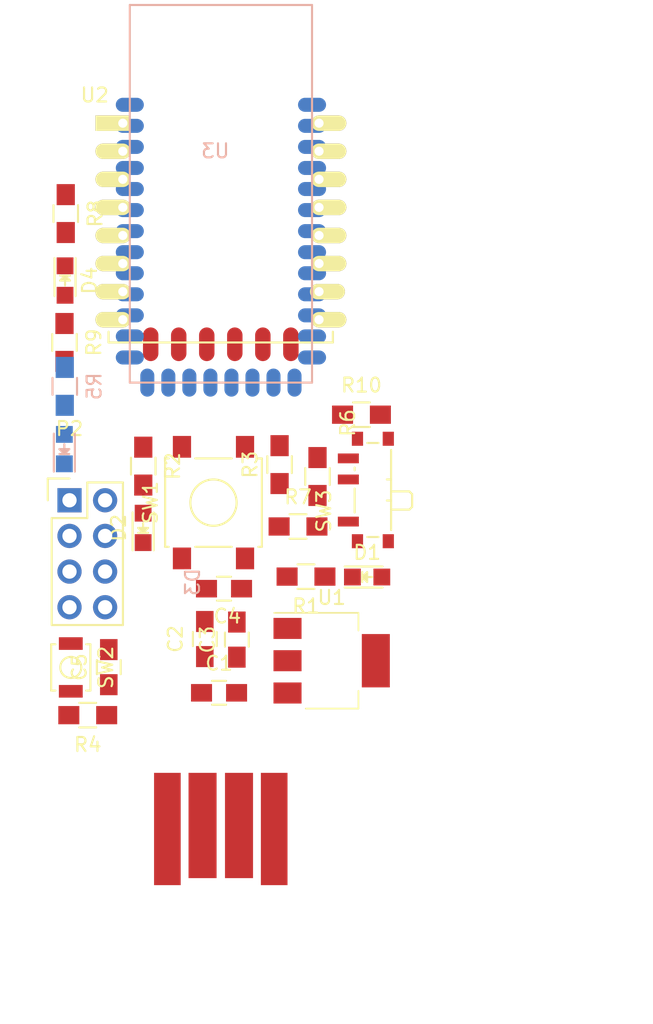
<source format=kicad_pcb>
(kicad_pcb (version 4) (host pcbnew 4.0.4-stable)

  (general
    (links 65)
    (no_connects 65)
    (area 135.950002 83.034999 244.189533 147.64)
    (thickness 1.6)
    (drawings 6)
    (tracks 0)
    (zones 0)
    (modules 27)
    (nets 55)
  )

  (page A4)
  (layers
    (0 F.Cu signal)
    (31 B.Cu signal)
    (32 B.Adhes user hide)
    (33 F.Adhes user hide)
    (34 B.Paste user hide)
    (35 F.Paste user hide)
    (36 B.SilkS user)
    (37 F.SilkS user)
    (38 B.Mask user)
    (39 F.Mask user hide)
    (40 Dwgs.User user)
    (41 Cmts.User user hide)
    (42 Eco1.User user hide)
    (43 Eco2.User user hide)
    (44 Edge.Cuts user hide)
    (45 Margin user hide)
    (46 B.CrtYd user)
    (47 F.CrtYd user)
    (48 B.Fab user)
    (49 F.Fab user)
  )

  (setup
    (last_trace_width 0.25)
    (trace_clearance 0.2)
    (zone_clearance 0.508)
    (zone_45_only no)
    (trace_min 0.2)
    (segment_width 0.2)
    (edge_width 0.15)
    (via_size 0.6)
    (via_drill 0.4)
    (via_min_size 0.4)
    (via_min_drill 0.3)
    (uvia_size 0.3)
    (uvia_drill 0.1)
    (uvias_allowed no)
    (uvia_min_size 0.2)
    (uvia_min_drill 0.1)
    (pcb_text_width 0.3)
    (pcb_text_size 1.5 1.5)
    (mod_edge_width 0.15)
    (mod_text_size 1 1)
    (mod_text_width 0.15)
    (pad_size 1.27 1.27)
    (pad_drill 0)
    (pad_to_mask_clearance 0.2)
    (aux_axis_origin 0 0)
    (visible_elements 7FFFFFFF)
    (pcbplotparams
      (layerselection 0x00030_80000001)
      (usegerberextensions false)
      (excludeedgelayer true)
      (linewidth 0.100000)
      (plotframeref false)
      (viasonmask false)
      (mode 1)
      (useauxorigin false)
      (hpglpennumber 1)
      (hpglpenspeed 20)
      (hpglpendiameter 15)
      (hpglpenoverlay 2)
      (psnegative false)
      (psa4output false)
      (plotreference true)
      (plotvalue true)
      (plotinvisibletext false)
      (padsonsilk false)
      (subtractmaskfromsilk false)
      (outputformat 1)
      (mirror false)
      (drillshape 1)
      (scaleselection 1)
      (outputdirectory ""))
  )

  (net 0 "")
  (net 1 +5V)
  (net 2 GND)
  (net 3 +3V3)
  (net 4 GPIO14)
  (net 5 HM_RESET)
  (net 6 "Net-(D1-Pad1)")
  (net 7 "Net-(D2-Pad2)")
  (net 8 "Net-(D3-Pad2)")
  (net 9 "Net-(D4-Pad2)")
  (net 10 GPIO16)
  (net 11 "Net-(P1-Pad2)")
  (net 12 ESP_RXD)
  (net 13 HM_RX)
  (net 14 ESP_TXD)
  (net 15 HM_TX)
  (net 16 GPIO13)
  (net 17 ADC)
  (net 18 SCLK)
  (net 19 MOSI)
  (net 20 MISO)
  (net 21 SCO)
  (net 22 GPIO12)
  (net 23 "Net-(R5-Pad2)")
  (net 24 GPIO0)
  (net 25 GPIO2)
  (net 26 CH_PD)
  (net 27 GPIO15)
  (net 28 "Net-(U2-Pad19)")
  (net 29 "Net-(U2-Pad20)")
  (net 30 "Net-(U3-Pad15)")
  (net 31 "Net-(U3-Pad16)")
  (net 32 "Net-(U3-Pad17)")
  (net 33 "Net-(U3-Pad18)")
  (net 34 "Net-(U3-Pad19)")
  (net 35 "Net-(U3-Pad20)")
  (net 36 "Net-(U3-Pad10)")
  (net 37 "Net-(U3-Pad9)")
  (net 38 "Net-(U3-Pad8)")
  (net 39 "Net-(U3-Pad7)")
  (net 40 "Net-(U3-Pad6)")
  (net 41 "Net-(U3-Pad5)")
  (net 42 "Net-(U3-Pad4)")
  (net 43 "Net-(U3-Pad3)")
  (net 44 "Net-(U3-Pad23)")
  (net 45 "Net-(U3-Pad25)")
  (net 46 "Net-(U3-Pad26)")
  (net 47 "Net-(U3-Pad27)")
  (net 48 "Net-(U3-Pad28)")
  (net 49 "Net-(U3-Pad29)")
  (net 50 "Net-(U3-Pad30)")
  (net 51 "Net-(U3-Pad31)")
  (net 52 "Net-(U3-Pad32)")
  (net 53 "Net-(U3-Pad33)")
  (net 54 "Net-(U3-Pad34)")

  (net_class Default "This is the default net class."
    (clearance 0.2)
    (trace_width 0.25)
    (via_dia 0.6)
    (via_drill 0.4)
    (uvia_dia 0.3)
    (uvia_drill 0.1)
    (add_net +3V3)
    (add_net +5V)
    (add_net ADC)
    (add_net CH_PD)
    (add_net ESP_RXD)
    (add_net ESP_TXD)
    (add_net GND)
    (add_net GPIO0)
    (add_net GPIO12)
    (add_net GPIO13)
    (add_net GPIO14)
    (add_net GPIO15)
    (add_net GPIO16)
    (add_net GPIO2)
    (add_net HM_RESET)
    (add_net HM_RX)
    (add_net HM_TX)
    (add_net MISO)
    (add_net MOSI)
    (add_net "Net-(D1-Pad1)")
    (add_net "Net-(D2-Pad2)")
    (add_net "Net-(D3-Pad2)")
    (add_net "Net-(D4-Pad2)")
    (add_net "Net-(P1-Pad2)")
    (add_net "Net-(R5-Pad2)")
    (add_net "Net-(U2-Pad19)")
    (add_net "Net-(U2-Pad20)")
    (add_net "Net-(U3-Pad10)")
    (add_net "Net-(U3-Pad15)")
    (add_net "Net-(U3-Pad16)")
    (add_net "Net-(U3-Pad17)")
    (add_net "Net-(U3-Pad18)")
    (add_net "Net-(U3-Pad19)")
    (add_net "Net-(U3-Pad20)")
    (add_net "Net-(U3-Pad23)")
    (add_net "Net-(U3-Pad25)")
    (add_net "Net-(U3-Pad26)")
    (add_net "Net-(U3-Pad27)")
    (add_net "Net-(U3-Pad28)")
    (add_net "Net-(U3-Pad29)")
    (add_net "Net-(U3-Pad3)")
    (add_net "Net-(U3-Pad30)")
    (add_net "Net-(U3-Pad31)")
    (add_net "Net-(U3-Pad32)")
    (add_net "Net-(U3-Pad33)")
    (add_net "Net-(U3-Pad34)")
    (add_net "Net-(U3-Pad4)")
    (add_net "Net-(U3-Pad5)")
    (add_net "Net-(U3-Pad6)")
    (add_net "Net-(U3-Pad7)")
    (add_net "Net-(U3-Pad8)")
    (add_net "Net-(U3-Pad9)")
    (add_net SCLK)
    (add_net SCO)
  )

  (module Capacitors_SMD:C_0805_HandSoldering (layer F.Cu) (tedit 541A9B8D) (tstamp 584BAF24)
    (at 159.766 132.588)
    (descr "Capacitor SMD 0805, hand soldering")
    (tags "capacitor 0805")
    (path /58484391)
    (attr smd)
    (fp_text reference C1 (at 0 -2.1) (layer F.SilkS)
      (effects (font (size 1 1) (thickness 0.15)))
    )
    (fp_text value 0.1uF (at 0 2.1) (layer F.Fab)
      (effects (font (size 1 1) (thickness 0.15)))
    )
    (fp_line (start -1 0.625) (end -1 -0.625) (layer F.Fab) (width 0.15))
    (fp_line (start 1 0.625) (end -1 0.625) (layer F.Fab) (width 0.15))
    (fp_line (start 1 -0.625) (end 1 0.625) (layer F.Fab) (width 0.15))
    (fp_line (start -1 -0.625) (end 1 -0.625) (layer F.Fab) (width 0.15))
    (fp_line (start -2.3 -1) (end 2.3 -1) (layer F.CrtYd) (width 0.05))
    (fp_line (start -2.3 1) (end 2.3 1) (layer F.CrtYd) (width 0.05))
    (fp_line (start -2.3 -1) (end -2.3 1) (layer F.CrtYd) (width 0.05))
    (fp_line (start 2.3 -1) (end 2.3 1) (layer F.CrtYd) (width 0.05))
    (fp_line (start 0.5 -0.85) (end -0.5 -0.85) (layer F.SilkS) (width 0.15))
    (fp_line (start -0.5 0.85) (end 0.5 0.85) (layer F.SilkS) (width 0.15))
    (pad 1 smd rect (at -1.25 0) (size 1.5 1.25) (layers F.Cu F.Paste F.Mask)
      (net 1 +5V))
    (pad 2 smd rect (at 1.25 0) (size 1.5 1.25) (layers F.Cu F.Paste F.Mask)
      (net 2 GND))
    (model Capacitors_SMD.3dshapes/C_0805_HandSoldering.wrl
      (at (xyz 0 0 0))
      (scale (xyz 1 1 1))
      (rotate (xyz 0 0 0))
    )
  )

  (module Capacitors_SMD:C_0805_HandSoldering (layer F.Cu) (tedit 541A9B8D) (tstamp 584BAF2A)
    (at 158.75 128.758 90)
    (descr "Capacitor SMD 0805, hand soldering")
    (tags "capacitor 0805")
    (path /584846B2)
    (attr smd)
    (fp_text reference C2 (at 0 -2.1 90) (layer F.SilkS)
      (effects (font (size 1 1) (thickness 0.15)))
    )
    (fp_text value 10uF (at 0 2.1 90) (layer F.Fab)
      (effects (font (size 1 1) (thickness 0.15)))
    )
    (fp_line (start -1 0.625) (end -1 -0.625) (layer F.Fab) (width 0.15))
    (fp_line (start 1 0.625) (end -1 0.625) (layer F.Fab) (width 0.15))
    (fp_line (start 1 -0.625) (end 1 0.625) (layer F.Fab) (width 0.15))
    (fp_line (start -1 -0.625) (end 1 -0.625) (layer F.Fab) (width 0.15))
    (fp_line (start -2.3 -1) (end 2.3 -1) (layer F.CrtYd) (width 0.05))
    (fp_line (start -2.3 1) (end 2.3 1) (layer F.CrtYd) (width 0.05))
    (fp_line (start -2.3 -1) (end -2.3 1) (layer F.CrtYd) (width 0.05))
    (fp_line (start 2.3 -1) (end 2.3 1) (layer F.CrtYd) (width 0.05))
    (fp_line (start 0.5 -0.85) (end -0.5 -0.85) (layer F.SilkS) (width 0.15))
    (fp_line (start -0.5 0.85) (end 0.5 0.85) (layer F.SilkS) (width 0.15))
    (pad 1 smd rect (at -1.25 0 90) (size 1.5 1.25) (layers F.Cu F.Paste F.Mask)
      (net 3 +3V3))
    (pad 2 smd rect (at 1.25 0 90) (size 1.5 1.25) (layers F.Cu F.Paste F.Mask)
      (net 2 GND))
    (model Capacitors_SMD.3dshapes/C_0805_HandSoldering.wrl
      (at (xyz 0 0 0))
      (scale (xyz 1 1 1))
      (rotate (xyz 0 0 0))
    )
  )

  (module Capacitors_SMD:C_0805_HandSoldering (layer F.Cu) (tedit 541A9B8D) (tstamp 584BAF30)
    (at 161.036 128.798 90)
    (descr "Capacitor SMD 0805, hand soldering")
    (tags "capacitor 0805")
    (path /584FA90E)
    (attr smd)
    (fp_text reference C3 (at 0 -2.1 90) (layer F.SilkS)
      (effects (font (size 1 1) (thickness 0.15)))
    )
    (fp_text value 0.1uF (at 0 2.1 90) (layer F.Fab)
      (effects (font (size 1 1) (thickness 0.15)))
    )
    (fp_line (start -1 0.625) (end -1 -0.625) (layer F.Fab) (width 0.15))
    (fp_line (start 1 0.625) (end -1 0.625) (layer F.Fab) (width 0.15))
    (fp_line (start 1 -0.625) (end 1 0.625) (layer F.Fab) (width 0.15))
    (fp_line (start -1 -0.625) (end 1 -0.625) (layer F.Fab) (width 0.15))
    (fp_line (start -2.3 -1) (end 2.3 -1) (layer F.CrtYd) (width 0.05))
    (fp_line (start -2.3 1) (end 2.3 1) (layer F.CrtYd) (width 0.05))
    (fp_line (start -2.3 -1) (end -2.3 1) (layer F.CrtYd) (width 0.05))
    (fp_line (start 2.3 -1) (end 2.3 1) (layer F.CrtYd) (width 0.05))
    (fp_line (start 0.5 -0.85) (end -0.5 -0.85) (layer F.SilkS) (width 0.15))
    (fp_line (start -0.5 0.85) (end 0.5 0.85) (layer F.SilkS) (width 0.15))
    (pad 1 smd rect (at -1.25 0 90) (size 1.5 1.25) (layers F.Cu F.Paste F.Mask)
      (net 3 +3V3))
    (pad 2 smd rect (at 1.25 0 90) (size 1.5 1.25) (layers F.Cu F.Paste F.Mask)
      (net 2 GND))
    (model Capacitors_SMD.3dshapes/C_0805_HandSoldering.wrl
      (at (xyz 0 0 0))
      (scale (xyz 1 1 1))
      (rotate (xyz 0 0 0))
    )
  )

  (module Capacitors_SMD:C_0805_HandSoldering (layer F.Cu) (tedit 541A9B8D) (tstamp 584BAF36)
    (at 160.12 125.17 180)
    (descr "Capacitor SMD 0805, hand soldering")
    (tags "capacitor 0805")
    (path /584B96EA)
    (attr smd)
    (fp_text reference C4 (at -0.24 -1.96 180) (layer F.SilkS)
      (effects (font (size 1 1) (thickness 0.15)))
    )
    (fp_text value 15nF (at 0 2.1 180) (layer F.Fab)
      (effects (font (size 1 1) (thickness 0.15)))
    )
    (fp_line (start -1 0.625) (end -1 -0.625) (layer F.Fab) (width 0.15))
    (fp_line (start 1 0.625) (end -1 0.625) (layer F.Fab) (width 0.15))
    (fp_line (start 1 -0.625) (end 1 0.625) (layer F.Fab) (width 0.15))
    (fp_line (start -1 -0.625) (end 1 -0.625) (layer F.Fab) (width 0.15))
    (fp_line (start -2.3 -1) (end 2.3 -1) (layer F.CrtYd) (width 0.05))
    (fp_line (start -2.3 1) (end 2.3 1) (layer F.CrtYd) (width 0.05))
    (fp_line (start -2.3 -1) (end -2.3 1) (layer F.CrtYd) (width 0.05))
    (fp_line (start 2.3 -1) (end 2.3 1) (layer F.CrtYd) (width 0.05))
    (fp_line (start 0.5 -0.85) (end -0.5 -0.85) (layer F.SilkS) (width 0.15))
    (fp_line (start -0.5 0.85) (end 0.5 0.85) (layer F.SilkS) (width 0.15))
    (pad 1 smd rect (at -1.25 0 180) (size 1.5 1.25) (layers F.Cu F.Paste F.Mask)
      (net 4 GPIO14))
    (pad 2 smd rect (at 1.25 0 180) (size 1.5 1.25) (layers F.Cu F.Paste F.Mask)
      (net 2 GND))
    (model Capacitors_SMD.3dshapes/C_0805_HandSoldering.wrl
      (at (xyz 0 0 0))
      (scale (xyz 1 1 1))
      (rotate (xyz 0 0 0))
    )
  )

  (module Capacitors_SMD:C_0805_HandSoldering (layer F.Cu) (tedit 541A9B8D) (tstamp 584BAF3C)
    (at 151.9 130.76 90)
    (descr "Capacitor SMD 0805, hand soldering")
    (tags "capacitor 0805")
    (path /5848AF8F)
    (attr smd)
    (fp_text reference C5 (at 0 -2.1 90) (layer F.SilkS)
      (effects (font (size 1 1) (thickness 0.15)))
    )
    (fp_text value 15nF (at 0 2.1 90) (layer F.Fab)
      (effects (font (size 1 1) (thickness 0.15)))
    )
    (fp_line (start -1 0.625) (end -1 -0.625) (layer F.Fab) (width 0.15))
    (fp_line (start 1 0.625) (end -1 0.625) (layer F.Fab) (width 0.15))
    (fp_line (start 1 -0.625) (end 1 0.625) (layer F.Fab) (width 0.15))
    (fp_line (start -1 -0.625) (end 1 -0.625) (layer F.Fab) (width 0.15))
    (fp_line (start -2.3 -1) (end 2.3 -1) (layer F.CrtYd) (width 0.05))
    (fp_line (start -2.3 1) (end 2.3 1) (layer F.CrtYd) (width 0.05))
    (fp_line (start -2.3 -1) (end -2.3 1) (layer F.CrtYd) (width 0.05))
    (fp_line (start 2.3 -1) (end 2.3 1) (layer F.CrtYd) (width 0.05))
    (fp_line (start 0.5 -0.85) (end -0.5 -0.85) (layer F.SilkS) (width 0.15))
    (fp_line (start -0.5 0.85) (end 0.5 0.85) (layer F.SilkS) (width 0.15))
    (pad 1 smd rect (at -1.25 0 90) (size 1.5 1.25) (layers F.Cu F.Paste F.Mask)
      (net 5 HM_RESET))
    (pad 2 smd rect (at 1.25 0 90) (size 1.5 1.25) (layers F.Cu F.Paste F.Mask)
      (net 2 GND))
    (model Capacitors_SMD.3dshapes/C_0805_HandSoldering.wrl
      (at (xyz 0 0 0))
      (scale (xyz 1 1 1))
      (rotate (xyz 0 0 0))
    )
  )

  (module LEDs:LED_0805 (layer F.Cu) (tedit 55BDE1C2) (tstamp 584BAF42)
    (at 170.33 124.34)
    (descr "LED 0805 smd package")
    (tags "LED 0805 SMD")
    (path /584847BF)
    (attr smd)
    (fp_text reference D1 (at 0 -1.75) (layer F.SilkS)
      (effects (font (size 1 1) (thickness 0.15)))
    )
    (fp_text value Power (at 0 1.75) (layer F.Fab)
      (effects (font (size 1 1) (thickness 0.15)))
    )
    (fp_line (start -0.4 -0.3) (end -0.4 0.3) (layer F.Fab) (width 0.15))
    (fp_line (start -0.3 0) (end 0 -0.3) (layer F.Fab) (width 0.15))
    (fp_line (start 0 0.3) (end -0.3 0) (layer F.Fab) (width 0.15))
    (fp_line (start 0 -0.3) (end 0 0.3) (layer F.Fab) (width 0.15))
    (fp_line (start 1 -0.6) (end -1 -0.6) (layer F.Fab) (width 0.15))
    (fp_line (start 1 0.6) (end 1 -0.6) (layer F.Fab) (width 0.15))
    (fp_line (start -1 0.6) (end 1 0.6) (layer F.Fab) (width 0.15))
    (fp_line (start -1 -0.6) (end -1 0.6) (layer F.Fab) (width 0.15))
    (fp_line (start -1.6 0.75) (end 1.1 0.75) (layer F.SilkS) (width 0.15))
    (fp_line (start -1.6 -0.75) (end 1.1 -0.75) (layer F.SilkS) (width 0.15))
    (fp_line (start -0.1 0.15) (end -0.1 -0.1) (layer F.SilkS) (width 0.15))
    (fp_line (start -0.1 -0.1) (end -0.25 0.05) (layer F.SilkS) (width 0.15))
    (fp_line (start -0.35 -0.35) (end -0.35 0.35) (layer F.SilkS) (width 0.15))
    (fp_line (start 0 0) (end 0.35 0) (layer F.SilkS) (width 0.15))
    (fp_line (start -0.35 0) (end 0 -0.35) (layer F.SilkS) (width 0.15))
    (fp_line (start 0 -0.35) (end 0 0.35) (layer F.SilkS) (width 0.15))
    (fp_line (start 0 0.35) (end -0.35 0) (layer F.SilkS) (width 0.15))
    (fp_line (start 1.9 -0.95) (end 1.9 0.95) (layer F.CrtYd) (width 0.05))
    (fp_line (start 1.9 0.95) (end -1.9 0.95) (layer F.CrtYd) (width 0.05))
    (fp_line (start -1.9 0.95) (end -1.9 -0.95) (layer F.CrtYd) (width 0.05))
    (fp_line (start -1.9 -0.95) (end 1.9 -0.95) (layer F.CrtYd) (width 0.05))
    (pad 2 smd rect (at 1.04902 0 180) (size 1.19888 1.19888) (layers F.Cu F.Paste F.Mask)
      (net 3 +3V3))
    (pad 1 smd rect (at -1.04902 0 180) (size 1.19888 1.19888) (layers F.Cu F.Paste F.Mask)
      (net 6 "Net-(D1-Pad1)"))
    (model LEDs.3dshapes/LED_0805.wrl
      (at (xyz 0 0 0))
      (scale (xyz 1 1 1))
      (rotate (xyz 0 0 0))
    )
  )

  (module LEDs:LED_0805 (layer F.Cu) (tedit 55BDE1C2) (tstamp 584BAF48)
    (at 154.35 120.84 90)
    (descr "LED 0805 smd package")
    (tags "LED 0805 SMD")
    (path /584B9C5F)
    (attr smd)
    (fp_text reference D2 (at 0 -1.75 90) (layer F.SilkS)
      (effects (font (size 1 1) (thickness 0.15)))
    )
    (fp_text value BUTTON_LED (at 0 1.75 90) (layer F.Fab)
      (effects (font (size 1 1) (thickness 0.15)))
    )
    (fp_line (start -0.4 -0.3) (end -0.4 0.3) (layer F.Fab) (width 0.15))
    (fp_line (start -0.3 0) (end 0 -0.3) (layer F.Fab) (width 0.15))
    (fp_line (start 0 0.3) (end -0.3 0) (layer F.Fab) (width 0.15))
    (fp_line (start 0 -0.3) (end 0 0.3) (layer F.Fab) (width 0.15))
    (fp_line (start 1 -0.6) (end -1 -0.6) (layer F.Fab) (width 0.15))
    (fp_line (start 1 0.6) (end 1 -0.6) (layer F.Fab) (width 0.15))
    (fp_line (start -1 0.6) (end 1 0.6) (layer F.Fab) (width 0.15))
    (fp_line (start -1 -0.6) (end -1 0.6) (layer F.Fab) (width 0.15))
    (fp_line (start -1.6 0.75) (end 1.1 0.75) (layer F.SilkS) (width 0.15))
    (fp_line (start -1.6 -0.75) (end 1.1 -0.75) (layer F.SilkS) (width 0.15))
    (fp_line (start -0.1 0.15) (end -0.1 -0.1) (layer F.SilkS) (width 0.15))
    (fp_line (start -0.1 -0.1) (end -0.25 0.05) (layer F.SilkS) (width 0.15))
    (fp_line (start -0.35 -0.35) (end -0.35 0.35) (layer F.SilkS) (width 0.15))
    (fp_line (start 0 0) (end 0.35 0) (layer F.SilkS) (width 0.15))
    (fp_line (start -0.35 0) (end 0 -0.35) (layer F.SilkS) (width 0.15))
    (fp_line (start 0 -0.35) (end 0 0.35) (layer F.SilkS) (width 0.15))
    (fp_line (start 0 0.35) (end -0.35 0) (layer F.SilkS) (width 0.15))
    (fp_line (start 1.9 -0.95) (end 1.9 0.95) (layer F.CrtYd) (width 0.05))
    (fp_line (start 1.9 0.95) (end -1.9 0.95) (layer F.CrtYd) (width 0.05))
    (fp_line (start -1.9 0.95) (end -1.9 -0.95) (layer F.CrtYd) (width 0.05))
    (fp_line (start -1.9 -0.95) (end 1.9 -0.95) (layer F.CrtYd) (width 0.05))
    (pad 2 smd rect (at 1.04902 0 270) (size 1.19888 1.19888) (layers F.Cu F.Paste F.Mask)
      (net 7 "Net-(D2-Pad2)"))
    (pad 1 smd rect (at -1.04902 0 270) (size 1.19888 1.19888) (layers F.Cu F.Paste F.Mask)
      (net 2 GND))
    (model LEDs.3dshapes/LED_0805.wrl
      (at (xyz 0 0 0))
      (scale (xyz 1 1 1))
      (rotate (xyz 0 0 0))
    )
  )

  (module LEDs:LED_0805 (layer B.Cu) (tedit 55BDE1C2) (tstamp 584BAF4E)
    (at 148.73 115.228366 90)
    (descr "LED 0805 smd package")
    (tags "LED 0805 SMD")
    (path /584B24C1)
    (attr smd)
    (fp_text reference D3 (at -9.471634 9.15 90) (layer B.SilkS)
      (effects (font (size 1 1) (thickness 0.15)) (justify mirror))
    )
    (fp_text value HM10_LED (at 2.01 -1.67 90) (layer B.Fab)
      (effects (font (size 1 1) (thickness 0.15)) (justify mirror))
    )
    (fp_line (start -0.4 0.3) (end -0.4 -0.3) (layer B.Fab) (width 0.15))
    (fp_line (start -0.3 0) (end 0 0.3) (layer B.Fab) (width 0.15))
    (fp_line (start 0 -0.3) (end -0.3 0) (layer B.Fab) (width 0.15))
    (fp_line (start 0 0.3) (end 0 -0.3) (layer B.Fab) (width 0.15))
    (fp_line (start 1 0.6) (end -1 0.6) (layer B.Fab) (width 0.15))
    (fp_line (start 1 -0.6) (end 1 0.6) (layer B.Fab) (width 0.15))
    (fp_line (start -1 -0.6) (end 1 -0.6) (layer B.Fab) (width 0.15))
    (fp_line (start -1 0.6) (end -1 -0.6) (layer B.Fab) (width 0.15))
    (fp_line (start -1.6 -0.75) (end 1.1 -0.75) (layer B.SilkS) (width 0.15))
    (fp_line (start -1.6 0.75) (end 1.1 0.75) (layer B.SilkS) (width 0.15))
    (fp_line (start -0.1 -0.15) (end -0.1 0.1) (layer B.SilkS) (width 0.15))
    (fp_line (start -0.1 0.1) (end -0.25 -0.05) (layer B.SilkS) (width 0.15))
    (fp_line (start -0.35 0.35) (end -0.35 -0.35) (layer B.SilkS) (width 0.15))
    (fp_line (start 0 0) (end 0.35 0) (layer B.SilkS) (width 0.15))
    (fp_line (start -0.35 0) (end 0 0.35) (layer B.SilkS) (width 0.15))
    (fp_line (start 0 0.35) (end 0 -0.35) (layer B.SilkS) (width 0.15))
    (fp_line (start 0 -0.35) (end -0.35 0) (layer B.SilkS) (width 0.15))
    (fp_line (start 1.9 0.95) (end 1.9 -0.95) (layer B.CrtYd) (width 0.05))
    (fp_line (start 1.9 -0.95) (end -1.9 -0.95) (layer B.CrtYd) (width 0.05))
    (fp_line (start -1.9 -0.95) (end -1.9 0.95) (layer B.CrtYd) (width 0.05))
    (fp_line (start -1.9 0.95) (end 1.9 0.95) (layer B.CrtYd) (width 0.05))
    (pad 2 smd rect (at 1.04902 0 270) (size 1.19888 1.19888) (layers B.Cu B.Paste B.Mask)
      (net 8 "Net-(D3-Pad2)"))
    (pad 1 smd rect (at -1.04902 0 270) (size 1.19888 1.19888) (layers B.Cu B.Paste B.Mask)
      (net 2 GND))
    (model LEDs.3dshapes/LED_0805.wrl
      (at (xyz 0 0 0))
      (scale (xyz 1 1 1))
      (rotate (xyz 0 0 0))
    )
  )

  (module LEDs:LED_0805 (layer F.Cu) (tedit 584BCDD4) (tstamp 584BAF54)
    (at 148.78 103.22 270)
    (descr "LED 0805 smd package")
    (tags "LED 0805 SMD")
    (path /584A1914)
    (attr smd)
    (fp_text reference D4 (at 0 -1.75 270) (layer F.SilkS)
      (effects (font (size 1 1) (thickness 0.15)))
    )
    (fp_text value CONN_LED (at 2.81 -4.8 270) (layer F.Fab)
      (effects (font (size 1 1) (thickness 0.15)))
    )
    (fp_line (start -0.4 -0.3) (end -0.4 0.3) (layer F.Fab) (width 0.15))
    (fp_line (start -0.3 0) (end 0 -0.3) (layer F.Fab) (width 0.15))
    (fp_line (start 0 0.3) (end -0.3 0) (layer F.Fab) (width 0.15))
    (fp_line (start 0 -0.3) (end 0 0.3) (layer F.Fab) (width 0.15))
    (fp_line (start 1 -0.6) (end -1 -0.6) (layer F.Fab) (width 0.15))
    (fp_line (start 1 0.6) (end 1 -0.6) (layer F.Fab) (width 0.15))
    (fp_line (start -1 0.6) (end 1 0.6) (layer F.Fab) (width 0.15))
    (fp_line (start -1 -0.6) (end -1 0.6) (layer F.Fab) (width 0.15))
    (fp_line (start -1.6 0.75) (end 1.1 0.75) (layer F.SilkS) (width 0.15))
    (fp_line (start -1.6 -0.75) (end 1.1 -0.75) (layer F.SilkS) (width 0.15))
    (fp_line (start -0.1 0.15) (end -0.1 -0.1) (layer F.SilkS) (width 0.15))
    (fp_line (start -0.1 -0.1) (end -0.25 0.05) (layer F.SilkS) (width 0.15))
    (fp_line (start -0.35 -0.35) (end -0.35 0.35) (layer F.SilkS) (width 0.15))
    (fp_line (start 0 0) (end 0.35 0) (layer F.SilkS) (width 0.15))
    (fp_line (start -0.35 0) (end 0 -0.35) (layer F.SilkS) (width 0.15))
    (fp_line (start 0 -0.35) (end 0 0.35) (layer F.SilkS) (width 0.15))
    (fp_line (start 0 0.35) (end -0.35 0) (layer F.SilkS) (width 0.15))
    (fp_line (start 1.9 -0.95) (end 1.9 0.95) (layer F.CrtYd) (width 0.05))
    (fp_line (start 1.9 0.95) (end -1.9 0.95) (layer F.CrtYd) (width 0.05))
    (fp_line (start -1.9 0.95) (end -1.9 -0.95) (layer F.CrtYd) (width 0.05))
    (fp_line (start -1.9 -0.95) (end 1.9 -0.95) (layer F.CrtYd) (width 0.05))
    (pad 2 smd rect (at 1.04902 0 90) (size 1.19888 1.19888) (layers F.Cu F.Paste F.Mask)
      (net 9 "Net-(D4-Pad2)"))
    (pad 1 smd rect (at -1.04902 0 90) (size 1.19888 1.19888) (layers F.Cu F.Paste F.Mask)
      (net 10 GPIO16))
    (model LEDs.3dshapes/LED_0805.wrl
      (at (xyz 0 0 0))
      (scale (xyz 1 1 1))
      (rotate (xyz 0 0 0))
    )
  )

  (module USB:usb-PCB_male (layer F.Cu) (tedit 542BB0AF) (tstamp 584BAF5C)
    (at 159.89 147.19)
    (path /584DA3D8)
    (attr virtual)
    (fp_text reference P1 (at 0.13 -7.85) (layer F.SilkS) hide
      (effects (font (size 1.5 1.5) (thickness 0.15)))
    )
    (fp_text value USB_A (at 0.29 -10.13) (layer F.SilkS) hide
      (effects (font (size 1.5 1.5) (thickness 0.15)))
    )
    (fp_line (start 6.03 0) (end 6.03 -12) (layer Dwgs.User) (width 0.15))
    (fp_line (start 6.03 0) (end -6.03 0) (layer Dwgs.User) (width 0.15))
    (fp_line (start -6.03 0) (end -6.03 -12) (layer Dwgs.User) (width 0.15))
    (pad 1 connect rect (at 3.81 -4.9) (size 1.9 8) (layers F.Cu F.Mask)
      (net 1 +5V))
    (pad 4 connect rect (at -3.81 -4.9) (size 1.9 8) (layers F.Cu F.Mask)
      (net 2 GND))
    (pad 3 connect rect (at -1.3 -5.15) (size 2 7.5) (layers F.Cu F.Mask)
      (net 11 "Net-(P1-Pad2)"))
    (pad 2 connect rect (at 1.3 -5.15) (size 2 7.5) (layers F.Cu F.Mask)
      (net 11 "Net-(P1-Pad2)"))
  )

  (module Pin_Headers:Pin_Header_Straight_2x04 (layer F.Cu) (tedit 0) (tstamp 584BAF68)
    (at 149.098 118.872)
    (descr "Through hole pin header")
    (tags "pin header")
    (path /584D7A22)
    (fp_text reference P2 (at 0 -5.1) (layer F.SilkS)
      (effects (font (size 1 1) (thickness 0.15)))
    )
    (fp_text value CONN_02X04 (at 0 -3.1) (layer F.Fab)
      (effects (font (size 1 1) (thickness 0.15)))
    )
    (fp_line (start -1.75 -1.75) (end -1.75 9.4) (layer F.CrtYd) (width 0.05))
    (fp_line (start 4.3 -1.75) (end 4.3 9.4) (layer F.CrtYd) (width 0.05))
    (fp_line (start -1.75 -1.75) (end 4.3 -1.75) (layer F.CrtYd) (width 0.05))
    (fp_line (start -1.75 9.4) (end 4.3 9.4) (layer F.CrtYd) (width 0.05))
    (fp_line (start -1.27 1.27) (end -1.27 8.89) (layer F.SilkS) (width 0.15))
    (fp_line (start -1.27 8.89) (end 3.81 8.89) (layer F.SilkS) (width 0.15))
    (fp_line (start 3.81 8.89) (end 3.81 -1.27) (layer F.SilkS) (width 0.15))
    (fp_line (start 3.81 -1.27) (end 1.27 -1.27) (layer F.SilkS) (width 0.15))
    (fp_line (start 0 -1.55) (end -1.55 -1.55) (layer F.SilkS) (width 0.15))
    (fp_line (start 1.27 -1.27) (end 1.27 1.27) (layer F.SilkS) (width 0.15))
    (fp_line (start 1.27 1.27) (end -1.27 1.27) (layer F.SilkS) (width 0.15))
    (fp_line (start -1.55 -1.55) (end -1.55 0) (layer F.SilkS) (width 0.15))
    (pad 1 thru_hole rect (at 0 0) (size 1.7272 1.7272) (drill 1.016) (layers *.Cu *.Mask)
      (net 12 ESP_RXD))
    (pad 2 thru_hole oval (at 2.54 0) (size 1.7272 1.7272) (drill 1.016) (layers *.Cu *.Mask)
      (net 13 HM_RX))
    (pad 3 thru_hole oval (at 0 2.54) (size 1.7272 1.7272) (drill 1.016) (layers *.Cu *.Mask)
      (net 14 ESP_TXD))
    (pad 4 thru_hole oval (at 2.54 2.54) (size 1.7272 1.7272) (drill 1.016) (layers *.Cu *.Mask)
      (net 15 HM_TX))
    (pad 5 thru_hole oval (at 0 5.08) (size 1.7272 1.7272) (drill 1.016) (layers *.Cu *.Mask)
      (net 3 +3V3))
    (pad 6 thru_hole oval (at 2.54 5.08) (size 1.7272 1.7272) (drill 1.016) (layers *.Cu *.Mask)
      (net 16 GPIO13))
    (pad 7 thru_hole oval (at 0 7.62) (size 1.7272 1.7272) (drill 1.016) (layers *.Cu *.Mask)
      (net 2 GND))
    (pad 8 thru_hole oval (at 2.54 7.62) (size 1.7272 1.7272) (drill 1.016) (layers *.Cu *.Mask)
      (net 17 ADC))
    (model Pin_Headers.3dshapes/Pin_Header_Straight_2x04.wrl
      (at (xyz 0.05 -0.15 0))
      (scale (xyz 1 1 1))
      (rotate (xyz 0 0 90))
    )
  )

  (module Resistors_SMD:R_0805_HandSoldering (layer F.Cu) (tedit 58307B90) (tstamp 584BAF78)
    (at 165.97 124.31 180)
    (descr "Resistor SMD 0805, hand soldering")
    (tags "resistor 0805")
    (path /58484852)
    (attr smd)
    (fp_text reference R1 (at 0 -2.1 180) (layer F.SilkS)
      (effects (font (size 1 1) (thickness 0.15)))
    )
    (fp_text value 470E (at -1.33 1.21 180) (layer F.Fab)
      (effects (font (size 1 1) (thickness 0.15)))
    )
    (fp_line (start -1 0.625) (end -1 -0.625) (layer F.Fab) (width 0.1))
    (fp_line (start 1 0.625) (end -1 0.625) (layer F.Fab) (width 0.1))
    (fp_line (start 1 -0.625) (end 1 0.625) (layer F.Fab) (width 0.1))
    (fp_line (start -1 -0.625) (end 1 -0.625) (layer F.Fab) (width 0.1))
    (fp_line (start -2.4 -1) (end 2.4 -1) (layer F.CrtYd) (width 0.05))
    (fp_line (start -2.4 1) (end 2.4 1) (layer F.CrtYd) (width 0.05))
    (fp_line (start -2.4 -1) (end -2.4 1) (layer F.CrtYd) (width 0.05))
    (fp_line (start 2.4 -1) (end 2.4 1) (layer F.CrtYd) (width 0.05))
    (fp_line (start 0.6 0.875) (end -0.6 0.875) (layer F.SilkS) (width 0.15))
    (fp_line (start -0.6 -0.875) (end 0.6 -0.875) (layer F.SilkS) (width 0.15))
    (pad 1 smd rect (at -1.35 0 180) (size 1.5 1.3) (layers F.Cu F.Paste F.Mask)
      (net 6 "Net-(D1-Pad1)"))
    (pad 2 smd rect (at 1.35 0 180) (size 1.5 1.3) (layers F.Cu F.Paste F.Mask)
      (net 2 GND))
    (model Resistors_SMD.3dshapes/R_0805_HandSoldering.wrl
      (at (xyz 0 0 0))
      (scale (xyz 1 1 1))
      (rotate (xyz 0 0 0))
    )
  )

  (module Resistors_SMD:R_0805_HandSoldering (layer F.Cu) (tedit 584BCE13) (tstamp 584BAF7E)
    (at 154.36 116.44 270)
    (descr "Resistor SMD 0805, hand soldering")
    (tags "resistor 0805")
    (path /584D49AA)
    (attr smd)
    (fp_text reference R2 (at 0 -2.1 270) (layer F.SilkS)
      (effects (font (size 1 1) (thickness 0.15)))
    )
    (fp_text value 470E (at -0.03 -0.06 270) (layer F.Fab)
      (effects (font (size 1 1) (thickness 0.15)))
    )
    (fp_line (start -1 0.625) (end -1 -0.625) (layer F.Fab) (width 0.1))
    (fp_line (start 1 0.625) (end -1 0.625) (layer F.Fab) (width 0.1))
    (fp_line (start 1 -0.625) (end 1 0.625) (layer F.Fab) (width 0.1))
    (fp_line (start -1 -0.625) (end 1 -0.625) (layer F.Fab) (width 0.1))
    (fp_line (start -2.4 -1) (end 2.4 -1) (layer F.CrtYd) (width 0.05))
    (fp_line (start -2.4 1) (end 2.4 1) (layer F.CrtYd) (width 0.05))
    (fp_line (start -2.4 -1) (end -2.4 1) (layer F.CrtYd) (width 0.05))
    (fp_line (start 2.4 -1) (end 2.4 1) (layer F.CrtYd) (width 0.05))
    (fp_line (start 0.6 0.875) (end -0.6 0.875) (layer F.SilkS) (width 0.15))
    (fp_line (start -0.6 -0.875) (end 0.6 -0.875) (layer F.SilkS) (width 0.15))
    (pad 1 smd rect (at -1.35 0 270) (size 1.5 1.3) (layers F.Cu F.Paste F.Mask)
      (net 22 GPIO12))
    (pad 2 smd rect (at 1.35 0 270) (size 1.5 1.3) (layers F.Cu F.Paste F.Mask)
      (net 7 "Net-(D2-Pad2)"))
    (model Resistors_SMD.3dshapes/R_0805_HandSoldering.wrl
      (at (xyz 0 0 0))
      (scale (xyz 1 1 1))
      (rotate (xyz 0 0 0))
    )
  )

  (module Resistors_SMD:R_0805_HandSoldering (layer F.Cu) (tedit 58307B90) (tstamp 584BAF84)
    (at 164.084 116.332 90)
    (descr "Resistor SMD 0805, hand soldering")
    (tags "resistor 0805")
    (path /584B9968)
    (attr smd)
    (fp_text reference R3 (at 0 -2.1 90) (layer F.SilkS)
      (effects (font (size 1 1) (thickness 0.15)))
    )
    (fp_text value 12K (at 0 2.1 90) (layer F.Fab)
      (effects (font (size 1 1) (thickness 0.15)))
    )
    (fp_line (start -1 0.625) (end -1 -0.625) (layer F.Fab) (width 0.1))
    (fp_line (start 1 0.625) (end -1 0.625) (layer F.Fab) (width 0.1))
    (fp_line (start 1 -0.625) (end 1 0.625) (layer F.Fab) (width 0.1))
    (fp_line (start -1 -0.625) (end 1 -0.625) (layer F.Fab) (width 0.1))
    (fp_line (start -2.4 -1) (end 2.4 -1) (layer F.CrtYd) (width 0.05))
    (fp_line (start -2.4 1) (end 2.4 1) (layer F.CrtYd) (width 0.05))
    (fp_line (start -2.4 -1) (end -2.4 1) (layer F.CrtYd) (width 0.05))
    (fp_line (start 2.4 -1) (end 2.4 1) (layer F.CrtYd) (width 0.05))
    (fp_line (start 0.6 0.875) (end -0.6 0.875) (layer F.SilkS) (width 0.15))
    (fp_line (start -0.6 -0.875) (end 0.6 -0.875) (layer F.SilkS) (width 0.15))
    (pad 1 smd rect (at -1.35 0 90) (size 1.5 1.3) (layers F.Cu F.Paste F.Mask)
      (net 3 +3V3))
    (pad 2 smd rect (at 1.35 0 90) (size 1.5 1.3) (layers F.Cu F.Paste F.Mask)
      (net 4 GPIO14))
    (model Resistors_SMD.3dshapes/R_0805_HandSoldering.wrl
      (at (xyz 0 0 0))
      (scale (xyz 1 1 1))
      (rotate (xyz 0 0 0))
    )
  )

  (module Resistors_SMD:R_0805_HandSoldering (layer F.Cu) (tedit 58307B90) (tstamp 584BAF8A)
    (at 150.4 134.18 180)
    (descr "Resistor SMD 0805, hand soldering")
    (tags "resistor 0805")
    (path /58489911)
    (attr smd)
    (fp_text reference R4 (at 0 -2.1 180) (layer F.SilkS)
      (effects (font (size 1 1) (thickness 0.15)))
    )
    (fp_text value 12K (at 0 2.1 180) (layer F.Fab)
      (effects (font (size 1 1) (thickness 0.15)))
    )
    (fp_line (start -1 0.625) (end -1 -0.625) (layer F.Fab) (width 0.1))
    (fp_line (start 1 0.625) (end -1 0.625) (layer F.Fab) (width 0.1))
    (fp_line (start 1 -0.625) (end 1 0.625) (layer F.Fab) (width 0.1))
    (fp_line (start -1 -0.625) (end 1 -0.625) (layer F.Fab) (width 0.1))
    (fp_line (start -2.4 -1) (end 2.4 -1) (layer F.CrtYd) (width 0.05))
    (fp_line (start -2.4 1) (end 2.4 1) (layer F.CrtYd) (width 0.05))
    (fp_line (start -2.4 -1) (end -2.4 1) (layer F.CrtYd) (width 0.05))
    (fp_line (start 2.4 -1) (end 2.4 1) (layer F.CrtYd) (width 0.05))
    (fp_line (start 0.6 0.875) (end -0.6 0.875) (layer F.SilkS) (width 0.15))
    (fp_line (start -0.6 -0.875) (end 0.6 -0.875) (layer F.SilkS) (width 0.15))
    (pad 1 smd rect (at -1.35 0 180) (size 1.5 1.3) (layers F.Cu F.Paste F.Mask)
      (net 3 +3V3))
    (pad 2 smd rect (at 1.35 0 180) (size 1.5 1.3) (layers F.Cu F.Paste F.Mask)
      (net 5 HM_RESET))
    (model Resistors_SMD.3dshapes/R_0805_HandSoldering.wrl
      (at (xyz 0 0 0))
      (scale (xyz 1 1 1))
      (rotate (xyz 0 0 0))
    )
  )

  (module Resistors_SMD:R_0805_HandSoldering (layer B.Cu) (tedit 584BE8A8) (tstamp 584BAF90)
    (at 148.76 110.758366 90)
    (descr "Resistor SMD 0805, hand soldering")
    (tags "resistor 0805")
    (path /584B1DBE)
    (attr smd)
    (fp_text reference R5 (at 0 2.1 90) (layer B.SilkS)
      (effects (font (size 1 1) (thickness 0.15)) (justify mirror))
    )
    (fp_text value 470E (at -0.94 -3.04 90) (layer B.Fab)
      (effects (font (size 1 1) (thickness 0.15)) (justify mirror))
    )
    (fp_line (start -1 -0.625) (end -1 0.625) (layer B.Fab) (width 0.1))
    (fp_line (start 1 -0.625) (end -1 -0.625) (layer B.Fab) (width 0.1))
    (fp_line (start 1 0.625) (end 1 -0.625) (layer B.Fab) (width 0.1))
    (fp_line (start -1 0.625) (end 1 0.625) (layer B.Fab) (width 0.1))
    (fp_line (start -2.4 1) (end 2.4 1) (layer B.CrtYd) (width 0.05))
    (fp_line (start -2.4 -1) (end 2.4 -1) (layer B.CrtYd) (width 0.05))
    (fp_line (start -2.4 1) (end -2.4 -1) (layer B.CrtYd) (width 0.05))
    (fp_line (start 2.4 1) (end 2.4 -1) (layer B.CrtYd) (width 0.05))
    (fp_line (start 0.6 -0.875) (end -0.6 -0.875) (layer B.SilkS) (width 0.15))
    (fp_line (start -0.6 0.875) (end 0.6 0.875) (layer B.SilkS) (width 0.15))
    (pad 1 smd rect (at -1.35 0 90) (size 1.5 1.3) (layers B.Cu B.Paste B.Mask)
      (net 8 "Net-(D3-Pad2)"))
    (pad 2 smd rect (at 1.35 0 90) (size 1.5 1.3) (layers B.Cu B.Paste B.Mask)
      (net 23 "Net-(R5-Pad2)"))
    (model Resistors_SMD.3dshapes/R_0805_HandSoldering.wrl
      (at (xyz 0 0 0))
      (scale (xyz 1 1 1))
      (rotate (xyz 0 0 0))
    )
  )

  (module Resistors_SMD:R_0805_HandSoldering (layer F.Cu) (tedit 58307B90) (tstamp 584BAF96)
    (at 166.79 117.18 270)
    (descr "Resistor SMD 0805, hand soldering")
    (tags "resistor 0805")
    (path /584927FF)
    (attr smd)
    (fp_text reference R6 (at -3.82 -2.16 270) (layer F.SilkS)
      (effects (font (size 1 1) (thickness 0.15)))
    )
    (fp_text value 12K (at 0 2.1 270) (layer F.Fab)
      (effects (font (size 1 1) (thickness 0.15)))
    )
    (fp_line (start -1 0.625) (end -1 -0.625) (layer F.Fab) (width 0.1))
    (fp_line (start 1 0.625) (end -1 0.625) (layer F.Fab) (width 0.1))
    (fp_line (start 1 -0.625) (end 1 0.625) (layer F.Fab) (width 0.1))
    (fp_line (start -1 -0.625) (end 1 -0.625) (layer F.Fab) (width 0.1))
    (fp_line (start -2.4 -1) (end 2.4 -1) (layer F.CrtYd) (width 0.05))
    (fp_line (start -2.4 1) (end 2.4 1) (layer F.CrtYd) (width 0.05))
    (fp_line (start -2.4 -1) (end -2.4 1) (layer F.CrtYd) (width 0.05))
    (fp_line (start 2.4 -1) (end 2.4 1) (layer F.CrtYd) (width 0.05))
    (fp_line (start 0.6 0.875) (end -0.6 0.875) (layer F.SilkS) (width 0.15))
    (fp_line (start -0.6 -0.875) (end 0.6 -0.875) (layer F.SilkS) (width 0.15))
    (pad 1 smd rect (at -1.35 0 270) (size 1.5 1.3) (layers F.Cu F.Paste F.Mask)
      (net 24 GPIO0))
    (pad 2 smd rect (at 1.35 0 270) (size 1.5 1.3) (layers F.Cu F.Paste F.Mask)
      (net 3 +3V3))
    (model Resistors_SMD.3dshapes/R_0805_HandSoldering.wrl
      (at (xyz 0 0 0))
      (scale (xyz 1 1 1))
      (rotate (xyz 0 0 0))
    )
  )

  (module Resistors_SMD:R_0805_HandSoldering (layer F.Cu) (tedit 58307B90) (tstamp 584BAF9C)
    (at 165.4 120.74)
    (descr "Resistor SMD 0805, hand soldering")
    (tags "resistor 0805")
    (path /58492974)
    (attr smd)
    (fp_text reference R7 (at 0 -2.1) (layer F.SilkS)
      (effects (font (size 1 1) (thickness 0.15)))
    )
    (fp_text value 12K (at 0 2.1) (layer F.Fab)
      (effects (font (size 1 1) (thickness 0.15)))
    )
    (fp_line (start -1 0.625) (end -1 -0.625) (layer F.Fab) (width 0.1))
    (fp_line (start 1 0.625) (end -1 0.625) (layer F.Fab) (width 0.1))
    (fp_line (start 1 -0.625) (end 1 0.625) (layer F.Fab) (width 0.1))
    (fp_line (start -1 -0.625) (end 1 -0.625) (layer F.Fab) (width 0.1))
    (fp_line (start -2.4 -1) (end 2.4 -1) (layer F.CrtYd) (width 0.05))
    (fp_line (start -2.4 1) (end 2.4 1) (layer F.CrtYd) (width 0.05))
    (fp_line (start -2.4 -1) (end -2.4 1) (layer F.CrtYd) (width 0.05))
    (fp_line (start 2.4 -1) (end 2.4 1) (layer F.CrtYd) (width 0.05))
    (fp_line (start 0.6 0.875) (end -0.6 0.875) (layer F.SilkS) (width 0.15))
    (fp_line (start -0.6 -0.875) (end 0.6 -0.875) (layer F.SilkS) (width 0.15))
    (pad 1 smd rect (at -1.35 0) (size 1.5 1.3) (layers F.Cu F.Paste F.Mask)
      (net 25 GPIO2))
    (pad 2 smd rect (at 1.35 0) (size 1.5 1.3) (layers F.Cu F.Paste F.Mask)
      (net 3 +3V3))
    (model Resistors_SMD.3dshapes/R_0805_HandSoldering.wrl
      (at (xyz 0 0 0))
      (scale (xyz 1 1 1))
      (rotate (xyz 0 0 0))
    )
  )

  (module Resistors_SMD:R_0805_HandSoldering (layer F.Cu) (tedit 58307B90) (tstamp 584BAFA2)
    (at 148.83 98.45 270)
    (descr "Resistor SMD 0805, hand soldering")
    (tags "resistor 0805")
    (path /58492A76)
    (attr smd)
    (fp_text reference R8 (at 0 -2.1 270) (layer F.SilkS)
      (effects (font (size 1 1) (thickness 0.15)))
    )
    (fp_text value 12K (at 0 2.1 270) (layer F.Fab)
      (effects (font (size 1 1) (thickness 0.15)))
    )
    (fp_line (start -1 0.625) (end -1 -0.625) (layer F.Fab) (width 0.1))
    (fp_line (start 1 0.625) (end -1 0.625) (layer F.Fab) (width 0.1))
    (fp_line (start 1 -0.625) (end 1 0.625) (layer F.Fab) (width 0.1))
    (fp_line (start -1 -0.625) (end 1 -0.625) (layer F.Fab) (width 0.1))
    (fp_line (start -2.4 -1) (end 2.4 -1) (layer F.CrtYd) (width 0.05))
    (fp_line (start -2.4 1) (end 2.4 1) (layer F.CrtYd) (width 0.05))
    (fp_line (start -2.4 -1) (end -2.4 1) (layer F.CrtYd) (width 0.05))
    (fp_line (start 2.4 -1) (end 2.4 1) (layer F.CrtYd) (width 0.05))
    (fp_line (start 0.6 0.875) (end -0.6 0.875) (layer F.SilkS) (width 0.15))
    (fp_line (start -0.6 -0.875) (end 0.6 -0.875) (layer F.SilkS) (width 0.15))
    (pad 1 smd rect (at -1.35 0 270) (size 1.5 1.3) (layers F.Cu F.Paste F.Mask)
      (net 26 CH_PD))
    (pad 2 smd rect (at 1.35 0 270) (size 1.5 1.3) (layers F.Cu F.Paste F.Mask)
      (net 3 +3V3))
    (model Resistors_SMD.3dshapes/R_0805_HandSoldering.wrl
      (at (xyz 0 0 0))
      (scale (xyz 1 1 1))
      (rotate (xyz 0 0 0))
    )
  )

  (module Resistors_SMD:R_0805_HandSoldering (layer F.Cu) (tedit 58307B90) (tstamp 584BAFA8)
    (at 148.74 107.63 270)
    (descr "Resistor SMD 0805, hand soldering")
    (tags "resistor 0805")
    (path /584A09DE)
    (attr smd)
    (fp_text reference R9 (at 0 -2.1 270) (layer F.SilkS)
      (effects (font (size 1 1) (thickness 0.15)))
    )
    (fp_text value 470E (at 0 2.1 270) (layer F.Fab)
      (effects (font (size 1 1) (thickness 0.15)))
    )
    (fp_line (start -1 0.625) (end -1 -0.625) (layer F.Fab) (width 0.1))
    (fp_line (start 1 0.625) (end -1 0.625) (layer F.Fab) (width 0.1))
    (fp_line (start 1 -0.625) (end 1 0.625) (layer F.Fab) (width 0.1))
    (fp_line (start -1 -0.625) (end 1 -0.625) (layer F.Fab) (width 0.1))
    (fp_line (start -2.4 -1) (end 2.4 -1) (layer F.CrtYd) (width 0.05))
    (fp_line (start -2.4 1) (end 2.4 1) (layer F.CrtYd) (width 0.05))
    (fp_line (start -2.4 -1) (end -2.4 1) (layer F.CrtYd) (width 0.05))
    (fp_line (start 2.4 -1) (end 2.4 1) (layer F.CrtYd) (width 0.05))
    (fp_line (start 0.6 0.875) (end -0.6 0.875) (layer F.SilkS) (width 0.15))
    (fp_line (start -0.6 -0.875) (end 0.6 -0.875) (layer F.SilkS) (width 0.15))
    (pad 1 smd rect (at -1.35 0 270) (size 1.5 1.3) (layers F.Cu F.Paste F.Mask)
      (net 9 "Net-(D4-Pad2)"))
    (pad 2 smd rect (at 1.35 0 270) (size 1.5 1.3) (layers F.Cu F.Paste F.Mask)
      (net 3 +3V3))
    (model Resistors_SMD.3dshapes/R_0805_HandSoldering.wrl
      (at (xyz 0 0 0))
      (scale (xyz 1 1 1))
      (rotate (xyz 0 0 0))
    )
  )

  (module Resistors_SMD:R_0805_HandSoldering (layer F.Cu) (tedit 58307B90) (tstamp 584BAFAE)
    (at 169.926 112.776)
    (descr "Resistor SMD 0805, hand soldering")
    (tags "resistor 0805")
    (path /584F01AC)
    (attr smd)
    (fp_text reference R10 (at 0 -2.1) (layer F.SilkS)
      (effects (font (size 1 1) (thickness 0.15)))
    )
    (fp_text value 12K (at 0 2.1) (layer F.Fab)
      (effects (font (size 1 1) (thickness 0.15)))
    )
    (fp_line (start -1 0.625) (end -1 -0.625) (layer F.Fab) (width 0.1))
    (fp_line (start 1 0.625) (end -1 0.625) (layer F.Fab) (width 0.1))
    (fp_line (start 1 -0.625) (end 1 0.625) (layer F.Fab) (width 0.1))
    (fp_line (start -1 -0.625) (end 1 -0.625) (layer F.Fab) (width 0.1))
    (fp_line (start -2.4 -1) (end 2.4 -1) (layer F.CrtYd) (width 0.05))
    (fp_line (start -2.4 1) (end 2.4 1) (layer F.CrtYd) (width 0.05))
    (fp_line (start -2.4 -1) (end -2.4 1) (layer F.CrtYd) (width 0.05))
    (fp_line (start 2.4 -1) (end 2.4 1) (layer F.CrtYd) (width 0.05))
    (fp_line (start 0.6 0.875) (end -0.6 0.875) (layer F.SilkS) (width 0.15))
    (fp_line (start -0.6 -0.875) (end 0.6 -0.875) (layer F.SilkS) (width 0.15))
    (pad 1 smd rect (at -1.35 0) (size 1.5 1.3) (layers F.Cu F.Paste F.Mask)
      (net 2 GND))
    (pad 2 smd rect (at 1.35 0) (size 1.5 1.3) (layers F.Cu F.Paste F.Mask)
      (net 27 GPIO15))
    (model Resistors_SMD.3dshapes/R_0805_HandSoldering.wrl
      (at (xyz 0 0 0))
      (scale (xyz 1 1 1))
      (rotate (xyz 0 0 0))
    )
  )

  (module Buttons_Switches_SMD:SW_SPST_B3S-1000 (layer F.Cu) (tedit 56EDA1C6) (tstamp 584BAFB6)
    (at 159.37 119.04 90)
    (descr "Surface Mount Tactile Switch for High-Density Packaging")
    (tags "Tactile Switch")
    (path /584B8DBF)
    (attr smd)
    (fp_text reference SW1 (at 0 -4.5 90) (layer F.SilkS)
      (effects (font (size 1 1) (thickness 0.15)))
    )
    (fp_text value USER_SW (at 0 4.5 90) (layer F.Fab)
      (effects (font (size 1 1) (thickness 0.15)))
    )
    (fp_line (start -5 3.7) (end 5 3.7) (layer F.CrtYd) (width 0.05))
    (fp_line (start 5 3.7) (end 5 -3.7) (layer F.CrtYd) (width 0.05))
    (fp_line (start 5 -3.7) (end -5 -3.7) (layer F.CrtYd) (width 0.05))
    (fp_line (start -5 -3.7) (end -5 3.7) (layer F.CrtYd) (width 0.05))
    (fp_line (start -3.15 -3.2) (end -3.15 -3.45) (layer F.SilkS) (width 0.15))
    (fp_line (start -3.15 -3.45) (end 3.15 -3.45) (layer F.SilkS) (width 0.15))
    (fp_line (start 3.15 -3.45) (end 3.15 -3.2) (layer F.SilkS) (width 0.15))
    (fp_line (start -3.15 1.3) (end -3.15 -1.3) (layer F.SilkS) (width 0.15))
    (fp_line (start 3.15 3.2) (end 3.15 3.45) (layer F.SilkS) (width 0.15))
    (fp_line (start 3.15 3.45) (end -3.15 3.45) (layer F.SilkS) (width 0.15))
    (fp_line (start -3.15 3.45) (end -3.15 3.2) (layer F.SilkS) (width 0.15))
    (fp_line (start 3.15 -1.3) (end 3.15 1.3) (layer F.SilkS) (width 0.15))
    (fp_circle (center 0 0) (end 1.65 0) (layer F.SilkS) (width 0.15))
    (fp_line (start -3 -3.3) (end 3 -3.3) (layer F.Fab) (width 0.15))
    (fp_line (start 3 -3.3) (end 3 3.3) (layer F.Fab) (width 0.15))
    (fp_line (start 3 3.3) (end -3 3.3) (layer F.Fab) (width 0.15))
    (fp_line (start -3 3.3) (end -3 -3.3) (layer F.Fab) (width 0.15))
    (pad 1 smd rect (at -3.975 -2.25 90) (size 1.55 1.3) (layers F.Cu F.Paste F.Mask)
      (net 2 GND))
    (pad 1 smd rect (at 3.975 -2.25 90) (size 1.55 1.3) (layers F.Cu F.Paste F.Mask)
      (net 2 GND))
    (pad 2 smd rect (at -3.975 2.25 90) (size 1.55 1.3) (layers F.Cu F.Paste F.Mask)
      (net 4 GPIO14))
    (pad 2 smd rect (at 3.975 2.25 90) (size 1.55 1.3) (layers F.Cu F.Paste F.Mask)
      (net 4 GPIO14))
  )

  (module Buttons_Switches_SMD:SW_SPST_B3U-1000P (layer F.Cu) (tedit 56EAB432) (tstamp 584BAFBC)
    (at 149.19 130.78 270)
    (descr "Ultra-small-sized Tactile Switch with High Contact Reliability, Top-actuated Model, without Ground Terminal, without Boss")
    (tags "Tactile Switch")
    (path /584896B9)
    (attr smd)
    (fp_text reference SW2 (at 0 -2.5 270) (layer F.SilkS)
      (effects (font (size 1 1) (thickness 0.15)))
    )
    (fp_text value RST_SW (at 0 2.5 270) (layer F.Fab)
      (effects (font (size 1 1) (thickness 0.15)))
    )
    (fp_line (start -2.4 1.65) (end 2.4 1.65) (layer F.CrtYd) (width 0.05))
    (fp_line (start 2.4 1.65) (end 2.4 -1.65) (layer F.CrtYd) (width 0.05))
    (fp_line (start 2.4 -1.65) (end -2.4 -1.65) (layer F.CrtYd) (width 0.05))
    (fp_line (start -2.4 -1.65) (end -2.4 1.65) (layer F.CrtYd) (width 0.05))
    (fp_circle (center 0 0) (end 0.75 0) (layer F.SilkS) (width 0.15))
    (fp_line (start -1.65 1.1) (end -1.65 1.4) (layer F.SilkS) (width 0.15))
    (fp_line (start -1.65 1.4) (end 1.65 1.4) (layer F.SilkS) (width 0.15))
    (fp_line (start 1.65 1.4) (end 1.65 1.1) (layer F.SilkS) (width 0.15))
    (fp_line (start -1.65 -1.1) (end -1.65 -1.4) (layer F.SilkS) (width 0.15))
    (fp_line (start -1.65 -1.4) (end 1.65 -1.4) (layer F.SilkS) (width 0.15))
    (fp_line (start 1.65 -1.4) (end 1.65 -1.1) (layer F.SilkS) (width 0.15))
    (fp_line (start -1.5 -1.25) (end 1.5 -1.25) (layer F.Fab) (width 0.15))
    (fp_line (start 1.5 -1.25) (end 1.5 1.25) (layer F.Fab) (width 0.15))
    (fp_line (start 1.5 1.25) (end -1.5 1.25) (layer F.Fab) (width 0.15))
    (fp_line (start -1.5 1.25) (end -1.5 -1.25) (layer F.Fab) (width 0.15))
    (pad 1 smd rect (at -1.7 0 270) (size 0.9 1.7) (layers F.Cu F.Paste F.Mask)
      (net 2 GND))
    (pad 2 smd rect (at 1.7 0 270) (size 0.9 1.7) (layers F.Cu F.Paste F.Mask)
      (net 5 HM_RESET))
  )

  (module Buttons_Switches_SMD:SW_SPDT_PCM12 (layer F.Cu) (tedit 584BF0DB) (tstamp 584BAFC9)
    (at 170.415 118.14 90)
    (descr "Ultraminiature Surface Mount Slide Switch")
    (path /5848F964)
    (attr smd)
    (fp_text reference SW3 (at -1.5 -3.175 90) (layer F.SilkS)
      (effects (font (size 1 1) (thickness 0.15)))
    )
    (fp_text value Mode (at 0 4.25 90) (layer F.Fab)
      (effects (font (size 1 1) (thickness 0.15)))
    )
    (fp_line (start 0.75 1.325) (end 0.75 1.625) (layer F.SilkS) (width 0.15))
    (fp_line (start -0.75 1.325) (end -0.75 1.625) (layer F.SilkS) (width 0.15))
    (fp_line (start 1.4 -0.975) (end 1.6 -0.975) (layer F.SilkS) (width 0.15))
    (fp_line (start -4.4 -2.45) (end 4.4 -2.45) (layer F.CrtYd) (width 0.05))
    (fp_line (start 4.4 -2.45) (end 4.4 2.1) (layer F.CrtYd) (width 0.05))
    (fp_line (start 4.4 2.1) (end 1.65 2.1) (layer F.CrtYd) (width 0.05))
    (fp_line (start 1.65 2.1) (end 1.65 3.4) (layer F.CrtYd) (width 0.05))
    (fp_line (start 1.65 3.4) (end -1.65 3.4) (layer F.CrtYd) (width 0.05))
    (fp_line (start -1.65 3.4) (end -1.65 2.1) (layer F.CrtYd) (width 0.05))
    (fp_line (start -1.65 2.1) (end -4.4 2.1) (layer F.CrtYd) (width 0.05))
    (fp_line (start -4.4 2.1) (end -4.4 -2.45) (layer F.CrtYd) (width 0.05))
    (fp_line (start -1.4 2.925) (end -1.2 3.125) (layer F.SilkS) (width 0.15))
    (fp_line (start -0.1 2.925) (end -0.3 3.125) (layer F.SilkS) (width 0.15))
    (fp_line (start -1.4 1.625) (end -1.4 2.925) (layer F.SilkS) (width 0.15))
    (fp_line (start -1.2 3.125) (end -0.3 3.125) (layer F.SilkS) (width 0.15))
    (fp_line (start -0.1 2.925) (end -0.1 1.625) (layer F.SilkS) (width 0.15))
    (fp_line (start -2.85 1.625) (end 2.85 1.625) (layer F.SilkS) (width 0.15))
    (fp_line (start -1.6 -0.975) (end 0.1 -0.975) (layer F.SilkS) (width 0.15))
    (fp_line (start -3.35 -0.075) (end -3.35 0.725) (layer F.SilkS) (width 0.15))
    (fp_line (start 3.35 0.725) (end 3.35 -0.075) (layer F.SilkS) (width 0.15))
    (pad "" np_thru_hole circle (at -1.5 0.325 90) (size 0.9 0.9) (drill 0.9) (layers *.Cu *.Mask))
    (pad "" np_thru_hole circle (at 1.5 0.325 90) (size 0.9 0.9) (drill 0.9) (layers *.Cu *.Mask))
    (pad 1 smd rect (at -2.25 -1.425 90) (size 0.7 1.5) (layers F.Cu F.Paste F.Mask)
      (net 3 +3V3))
    (pad 2 smd rect (at 0.75 -1.425 90) (size 0.7 1.5) (layers F.Cu F.Paste F.Mask)
      (net 24 GPIO0))
    (pad 3 smd rect (at 2.25 -1.425 90) (size 0.7 1.5) (layers F.Cu F.Paste F.Mask)
      (net 2 GND))
    (pad "" smd rect (at -3.65 1.425 90) (size 1 0.8) (layers F.Cu F.Paste F.Mask))
    (pad "" smd rect (at 3.65 1.425 90) (size 1 0.8) (layers F.Cu F.Paste F.Mask))
    (pad "" smd rect (at 3.65 -0.775 90) (size 1 0.8) (layers F.Cu F.Paste F.Mask))
    (pad "" smd rect (at -3.65 -0.775 90) (size 1 0.8) (layers F.Cu F.Paste F.Mask))
  )

  (module TO_SOT_Packages_SMD:SOT-223 (layer F.Cu) (tedit 584BD85D) (tstamp 584BAFD1)
    (at 167.8 130.302)
    (descr "module CMS SOT223 4 pins")
    (tags "CMS SOT")
    (path /58483253)
    (attr smd)
    (fp_text reference U1 (at 0 -4.5) (layer F.SilkS)
      (effects (font (size 1 1) (thickness 0.15)))
    )
    (fp_text value AMS1117-3V3 (at 1.94 4.85) (layer F.Fab)
      (effects (font (size 1 1) (thickness 0.15)))
    )
    (fp_line (start 1.91 3.41) (end 1.91 2.15) (layer F.SilkS) (width 0.12))
    (fp_line (start 1.91 -3.41) (end 1.91 -2.15) (layer F.SilkS) (width 0.12))
    (fp_line (start 4.4 -3.6) (end -4.4 -3.6) (layer F.CrtYd) (width 0.05))
    (fp_line (start 4.4 3.6) (end 4.4 -3.6) (layer F.CrtYd) (width 0.05))
    (fp_line (start -4.4 3.6) (end 4.4 3.6) (layer F.CrtYd) (width 0.05))
    (fp_line (start -4.4 -3.6) (end -4.4 3.6) (layer F.CrtYd) (width 0.05))
    (fp_line (start -1.85 -3.35) (end -1.85 3.35) (layer F.Fab) (width 0.15))
    (fp_line (start -1.85 3.41) (end 1.91 3.41) (layer F.SilkS) (width 0.12))
    (fp_line (start -1.85 -3.35) (end 1.85 -3.35) (layer F.Fab) (width 0.15))
    (fp_line (start -4.1 -3.41) (end 1.91 -3.41) (layer F.SilkS) (width 0.12))
    (fp_line (start -1.85 3.35) (end 1.85 3.35) (layer F.Fab) (width 0.15))
    (fp_line (start 1.85 -3.35) (end 1.85 3.35) (layer F.Fab) (width 0.15))
    (pad 4 smd rect (at 3.15 0) (size 2 3.8) (layers F.Cu F.Paste F.Mask)
      (net 3 +3V3))
    (pad 2 smd rect (at -3.15 0) (size 2 1.5) (layers F.Cu F.Paste F.Mask)
      (net 3 +3V3))
    (pad 3 smd rect (at -3.15 2.3) (size 2 1.5) (layers F.Cu F.Paste F.Mask)
      (net 1 +5V))
    (pad 1 smd rect (at -3.15 -2.3) (size 2 1.5) (layers F.Cu F.Paste F.Mask)
      (net 2 GND))
    (model TO_SOT_Packages_SMD.3dshapes/SOT-223.wrl
      (at (xyz 0 0 0))
      (scale (xyz 0.4 0.4 0.4))
      (rotate (xyz 0 0 90))
    )
  )

  (module ESP8266:ESP-12E (layer F.Cu) (tedit 559F8D21) (tstamp 584BAFEB)
    (at 152.9 92.01)
    (descr "Module, ESP-8266, ESP-12, 16 pad, SMD")
    (tags "Module ESP-8266 ESP8266")
    (path /584806F7)
    (fp_text reference U2 (at -2 -2) (layer F.SilkS)
      (effects (font (size 1 1) (thickness 0.15)))
    )
    (fp_text value ESP-12E (at 8 1) (layer F.Fab)
      (effects (font (size 1 1) (thickness 0.15)))
    )
    (fp_line (start -2.25 -0.5) (end -2.25 -8.75) (layer F.CrtYd) (width 0.05))
    (fp_line (start -2.25 -8.75) (end 15.25 -8.75) (layer F.CrtYd) (width 0.05))
    (fp_line (start 15.25 -8.75) (end 16.25 -8.75) (layer F.CrtYd) (width 0.05))
    (fp_line (start 16.25 -8.75) (end 16.25 16) (layer F.CrtYd) (width 0.05))
    (fp_line (start 16.25 16) (end -2.25 16) (layer F.CrtYd) (width 0.05))
    (fp_line (start -2.25 16) (end -2.25 -0.5) (layer F.CrtYd) (width 0.05))
    (fp_line (start -1.016 -8.382) (end 14.986 -8.382) (layer F.CrtYd) (width 0.1524))
    (fp_line (start 14.986 -8.382) (end 14.986 -0.889) (layer F.CrtYd) (width 0.1524))
    (fp_line (start -1.016 -8.382) (end -1.016 -1.016) (layer F.CrtYd) (width 0.1524))
    (fp_line (start -1.016 14.859) (end -1.016 15.621) (layer F.SilkS) (width 0.1524))
    (fp_line (start -1.016 15.621) (end 14.986 15.621) (layer F.SilkS) (width 0.1524))
    (fp_line (start 14.986 15.621) (end 14.986 14.859) (layer F.SilkS) (width 0.1524))
    (fp_line (start 14.992 -8.4) (end -1.008 -2.6) (layer F.CrtYd) (width 0.1524))
    (fp_line (start -1.008 -8.4) (end 14.992 -2.6) (layer F.CrtYd) (width 0.1524))
    (fp_text user "No Copper" (at 6.892 -5.4) (layer F.CrtYd)
      (effects (font (size 1 1) (thickness 0.15)))
    )
    (fp_line (start -1.008 -2.6) (end 14.992 -2.6) (layer F.CrtYd) (width 0.1524))
    (fp_line (start 15 -8.4) (end 15 15.6) (layer F.Fab) (width 0.05))
    (fp_line (start 14.992 15.6) (end -1.008 15.6) (layer F.Fab) (width 0.05))
    (fp_line (start -1.008 15.6) (end -1.008 -8.4) (layer F.Fab) (width 0.05))
    (fp_line (start -1.008 -8.4) (end 14.992 -8.4) (layer F.Fab) (width 0.05))
    (pad 1 thru_hole rect (at 0 0) (size 2.5 1.1) (drill 0.65 (offset -0.7 0)) (layers *.Cu *.Mask F.SilkS)
      (net 5 HM_RESET))
    (pad 2 thru_hole oval (at 0 2) (size 2.5 1.1) (drill 0.65 (offset -0.7 0)) (layers *.Cu *.Mask F.SilkS)
      (net 17 ADC))
    (pad 3 thru_hole oval (at 0 4) (size 2.5 1.1) (drill 0.65 (offset -0.7 0)) (layers *.Cu *.Mask F.SilkS)
      (net 26 CH_PD))
    (pad 4 thru_hole oval (at 0 6) (size 2.5 1.1) (drill 0.65 (offset -0.7 0)) (layers *.Cu *.Mask F.SilkS)
      (net 10 GPIO16))
    (pad 5 thru_hole oval (at 0 8) (size 2.5 1.1) (drill 0.65 (offset -0.7 0)) (layers *.Cu *.Mask F.SilkS)
      (net 4 GPIO14))
    (pad 6 thru_hole oval (at 0 10) (size 2.5 1.1) (drill 0.65 (offset -0.7 0)) (layers *.Cu *.Mask F.SilkS)
      (net 22 GPIO12))
    (pad 7 thru_hole oval (at 0 12) (size 2.5 1.1) (drill 0.65 (offset -0.7 0)) (layers *.Cu *.Mask F.SilkS)
      (net 16 GPIO13))
    (pad 8 thru_hole oval (at 0 14) (size 2.5 1.1) (drill 0.65 (offset -0.7 0)) (layers *.Cu *.Mask F.SilkS)
      (net 3 +3V3))
    (pad 9 thru_hole oval (at 14 14) (size 2.5 1.1) (drill 0.65 (offset 0.7 0)) (layers *.Cu *.Mask F.SilkS)
      (net 2 GND))
    (pad 10 thru_hole oval (at 14 12) (size 2.5 1.1) (drill 0.65 (offset 0.6 0)) (layers *.Cu *.Mask F.SilkS)
      (net 27 GPIO15))
    (pad 11 thru_hole oval (at 14 10) (size 2.5 1.1) (drill 0.65 (offset 0.7 0)) (layers *.Cu *.Mask F.SilkS)
      (net 25 GPIO2))
    (pad 12 thru_hole oval (at 14 8) (size 2.5 1.1) (drill 0.65 (offset 0.7 0)) (layers *.Cu *.Mask F.SilkS)
      (net 24 GPIO0))
    (pad 13 thru_hole oval (at 14 6) (size 2.5 1.1) (drill 0.65 (offset 0.7 0)) (layers *.Cu *.Mask F.SilkS)
      (net 15 HM_TX))
    (pad 14 thru_hole oval (at 14 4) (size 2.5 1.1) (drill 0.65 (offset 0.7 0)) (layers *.Cu *.Mask F.SilkS)
      (net 13 HM_RX))
    (pad 15 thru_hole oval (at 14 2) (size 2.5 1.1) (drill 0.65 (offset 0.7 0)) (layers *.Cu *.Mask F.SilkS)
      (net 12 ESP_RXD))
    (pad 16 thru_hole oval (at 14 0) (size 2.5 1.1) (drill 0.65 (offset 0.7 0)) (layers *.Cu *.Mask F.SilkS)
      (net 14 ESP_TXD))
    (pad 17 smd oval (at 1.99 15.75 90) (size 2.4 1.1) (layers F.Cu F.Paste F.Mask)
      (net 21 SCO))
    (pad 18 smd oval (at 3.99 15.75 90) (size 2.4 1.1) (layers F.Cu F.Paste F.Mask)
      (net 20 MISO))
    (pad 19 smd oval (at 5.99 15.75 90) (size 2.4 1.1) (layers F.Cu F.Paste F.Mask)
      (net 28 "Net-(U2-Pad19)"))
    (pad 20 smd oval (at 7.99 15.75 90) (size 2.4 1.1) (layers F.Cu F.Paste F.Mask)
      (net 29 "Net-(U2-Pad20)"))
    (pad 21 smd oval (at 9.99 15.75 90) (size 2.4 1.1) (layers F.Cu F.Paste F.Mask)
      (net 19 MOSI))
    (pad 22 smd oval (at 11.99 15.75 90) (size 2.4 1.1) (layers F.Cu F.Paste F.Mask)
      (net 18 SCLK))
    (model ${ESPLIB}/ESP8266.3dshapes/ESP-12.wrl
      (at (xyz 0 0 0))
      (scale (xyz 0.3937 0.3937 0.3937))
      (rotate (xyz 0 0 0))
    )
  )

  (module HM-10:HM10_footprint (layer B.Cu) (tedit 584BB3A4) (tstamp 584BB011)
    (at 166.4 110.49 180)
    (path /5852EF52)
    (fp_text reference U3 (at 6.9 16.5 180) (layer B.SilkS)
      (effects (font (size 1 1) (thickness 0.15)) (justify mirror))
    )
    (fp_text value HM-10 (at 6.95 19.1 270) (layer B.Fab)
      (effects (font (size 1 1) (thickness 0.15)) (justify mirror))
    )
    (fp_line (start 0 0) (end 0 26.9) (layer B.SilkS) (width 0.15))
    (fp_line (start 0 26.9) (end 13 26.9) (layer B.SilkS) (width 0.15))
    (fp_line (start 13 26.9) (end 13 0) (layer B.SilkS) (width 0.15))
    (fp_line (start 13 0) (end 0 0) (layer B.SilkS) (width 0.15))
    (pad 14 smd oval (at 1.25 0 180) (size 1 2) (layers B.Cu B.Paste B.Mask)
      (net 2 GND))
    (pad 15 smd oval (at 2.75 0 180) (size 1 2) (layers B.Cu B.Paste B.Mask)
      (net 30 "Net-(U3-Pad15)"))
    (pad 16 smd oval (at 4.25 0 180) (size 1 2) (layers B.Cu B.Paste B.Mask)
      (net 31 "Net-(U3-Pad16)"))
    (pad 17 smd oval (at 5.75 0 180) (size 1 2) (layers B.Cu B.Paste B.Mask)
      (net 32 "Net-(U3-Pad17)"))
    (pad 18 smd oval (at 7.25 0 180) (size 1 2) (layers B.Cu B.Paste B.Mask)
      (net 33 "Net-(U3-Pad18)"))
    (pad 19 smd oval (at 8.75 0 180) (size 1 2) (layers B.Cu B.Paste B.Mask)
      (net 34 "Net-(U3-Pad19)"))
    (pad 20 smd oval (at 10.25 0 180) (size 1 2) (layers B.Cu B.Paste B.Mask)
      (net 35 "Net-(U3-Pad20)"))
    (pad 21 smd oval (at 11.75 0 180) (size 1 2) (layers B.Cu B.Paste B.Mask)
      (net 2 GND))
    (pad 13 smd oval (at 0 1.79 180) (size 2 1) (layers B.Cu B.Paste B.Mask)
      (net 2 GND))
    (pad 12 smd oval (at 0 3.29 180) (size 2 1) (layers B.Cu B.Paste B.Mask)
      (net 3 +3V3))
    (pad 11 smd oval (at 0 4.79 180) (size 2 1) (layers B.Cu B.Paste B.Mask)
      (net 5 HM_RESET))
    (pad 10 smd oval (at 0 6.29 180) (size 2 1) (layers B.Cu B.Paste B.Mask)
      (net 36 "Net-(U3-Pad10)"))
    (pad 9 smd oval (at 0 7.79 180) (size 2 1) (layers B.Cu B.Paste B.Mask)
      (net 37 "Net-(U3-Pad9)"))
    (pad 8 smd oval (at 0 9.29 180) (size 2 1) (layers B.Cu B.Paste B.Mask)
      (net 38 "Net-(U3-Pad8)"))
    (pad 7 smd oval (at 0 10.79 180) (size 2 1) (layers B.Cu B.Paste B.Mask)
      (net 39 "Net-(U3-Pad7)"))
    (pad 6 smd oval (at 0 12.29 180) (size 2 1) (layers B.Cu B.Paste B.Mask)
      (net 40 "Net-(U3-Pad6)"))
    (pad 5 smd oval (at 0 13.79 180) (size 2 1) (layers B.Cu B.Paste B.Mask)
      (net 41 "Net-(U3-Pad5)"))
    (pad 4 smd oval (at 0 15.29 180) (size 2 1) (layers B.Cu B.Paste B.Mask)
      (net 42 "Net-(U3-Pad4)"))
    (pad 3 smd oval (at 0 16.79 180) (size 2 1) (layers B.Cu B.Paste B.Mask)
      (net 43 "Net-(U3-Pad3)"))
    (pad 2 smd oval (at 0 18.29 180) (size 2 1) (layers B.Cu B.Paste B.Mask)
      (net 15 HM_TX))
    (pad 1 smd oval (at 0 19.79 180) (size 2 1) (layers B.Cu B.Paste B.Mask)
      (net 13 HM_RX))
    (pad 22 smd oval (at 13 1.79 180) (size 2 1) (layers B.Cu B.Paste B.Mask)
      (net 2 GND))
    (pad 23 smd oval (at 13 3.29 180) (size 2 1) (layers B.Cu B.Paste B.Mask)
      (net 44 "Net-(U3-Pad23)"))
    (pad 24 smd oval (at 13 4.79 180) (size 2 1) (layers B.Cu B.Paste B.Mask)
      (net 23 "Net-(R5-Pad2)"))
    (pad 25 smd oval (at 13 6.29 180) (size 2 1) (layers B.Cu B.Paste B.Mask)
      (net 45 "Net-(U3-Pad25)"))
    (pad 26 smd oval (at 13 7.79 180) (size 2 1) (layers B.Cu B.Paste B.Mask)
      (net 46 "Net-(U3-Pad26)"))
    (pad 27 smd oval (at 13 9.29 180) (size 2 1) (layers B.Cu B.Paste B.Mask)
      (net 47 "Net-(U3-Pad27)"))
    (pad 28 smd oval (at 13 10.79 180) (size 2 1) (layers B.Cu B.Paste B.Mask)
      (net 48 "Net-(U3-Pad28)"))
    (pad 29 smd oval (at 13 12.29 180) (size 2 1) (layers B.Cu B.Paste B.Mask)
      (net 49 "Net-(U3-Pad29)"))
    (pad 30 smd oval (at 13 13.79 180) (size 2 1) (layers B.Cu B.Paste B.Mask)
      (net 50 "Net-(U3-Pad30)"))
    (pad 31 smd oval (at 13 15.29 180) (size 2 1) (layers B.Cu B.Paste B.Mask)
      (net 51 "Net-(U3-Pad31)"))
    (pad 32 smd oval (at 13 16.79 180) (size 2 1) (layers B.Cu B.Paste B.Mask)
      (net 52 "Net-(U3-Pad32)"))
    (pad 33 smd oval (at 13 18.29 180) (size 2 1) (layers B.Cu B.Paste B.Mask)
      (net 53 "Net-(U3-Pad33)"))
    (pad 34 smd oval (at 13 19.79 180) (size 2 1) (layers B.Cu B.Paste B.Mask)
      (net 54 "Net-(U3-Pad34)"))
  )

  (dimension 25.146 (width 0.3) (layer Dwgs.User)
    (gr_text "25.146 mm" (at 159.893 156.798) (layer Dwgs.User)
      (effects (font (size 1.5 1.5) (thickness 0.3)))
    )
    (feature1 (pts (xy 172.466 135.128) (xy 172.466 158.148)))
    (feature2 (pts (xy 147.32 135.128) (xy 147.32 158.148)))
    (crossbar (pts (xy 147.32 155.448) (xy 172.466 155.448)))
    (arrow1a (pts (xy 172.466 155.448) (xy 171.339496 156.034421)))
    (arrow1b (pts (xy 172.466 155.448) (xy 171.339496 154.861579)))
    (arrow2a (pts (xy 147.32 155.448) (xy 148.446504 156.034421)))
    (arrow2b (pts (xy 147.32 155.448) (xy 148.446504 154.861579)))
  )
  (dimension 45.72 (width 0.3) (layer Dwgs.User)
    (gr_text "45.720 mm" (at 188.04 112.268 90) (layer Dwgs.User)
      (effects (font (size 1.5 1.5) (thickness 0.3)))
    )
    (feature1 (pts (xy 172.466 89.408) (xy 189.39 89.408)))
    (feature2 (pts (xy 172.466 135.128) (xy 189.39 135.128)))
    (crossbar (pts (xy 186.69 135.128) (xy 186.69 89.408)))
    (arrow1a (pts (xy 186.69 89.408) (xy 187.276421 90.534504)))
    (arrow1b (pts (xy 186.69 89.408) (xy 186.103579 90.534504)))
    (arrow2a (pts (xy 186.69 135.128) (xy 187.276421 134.001496)))
    (arrow2b (pts (xy 186.69 135.128) (xy 186.103579 134.001496)))
  )
  (gr_line (start 147.4 135.19) (end 147.4 89.41) (angle 90) (layer Dwgs.User) (width 0.2) (tstamp 584BE51E))
  (gr_line (start 172.4 89.41) (end 147.4 89.41) (angle 90) (layer Dwgs.User) (width 0.2))
  (gr_line (start 172.4 135.19) (end 172.4 89.41) (angle 90) (layer Dwgs.User) (width 0.2))
  (gr_line (start 147.4 135.19) (end 172.4 135.19) (angle 90) (layer Dwgs.User) (width 0.2))

)

</source>
